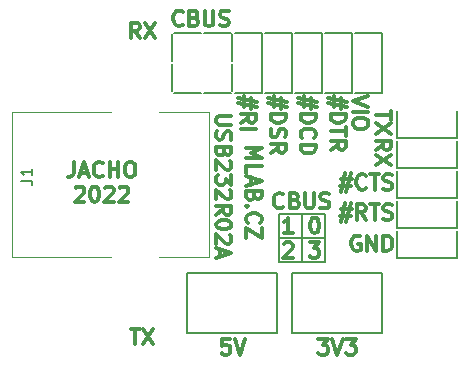
<source format=gbr>
%TF.GenerationSoftware,KiCad,Pcbnew,6.0.11+dfsg-1~bpo11+1*%
%TF.CreationDate,2023-05-27T23:36:06+00:00*%
%TF.ProjectId,USB232R02,55534232-3332-4523-9032-2e6b69636164,rev?*%
%TF.SameCoordinates,PX7f790e8PY698c050*%
%TF.FileFunction,Legend,Top*%
%TF.FilePolarity,Positive*%
%FSLAX46Y46*%
G04 Gerber Fmt 4.6, Leading zero omitted, Abs format (unit mm)*
G04 Created by KiCad (PCBNEW 6.0.11+dfsg-1~bpo11+1) date 2023-05-27 23:36:06*
%MOMM*%
%LPD*%
G01*
G04 APERTURE LIST*
%ADD10C,0.150000*%
%ADD11C,0.300000*%
%ADD12C,0.120000*%
G04 APERTURE END LIST*
D10*
X17907000Y3429000D02*
X21844000Y3429000D01*
X17907000Y7493000D02*
X17907000Y3429000D01*
X21844000Y5461000D02*
X17907000Y5461000D01*
X21844000Y3429000D02*
X21844000Y7493000D01*
X21844000Y7493000D02*
X17907000Y7493000D01*
X19875500Y7493000D02*
X19875500Y3429000D01*
D11*
X23138571Y17337381D02*
X23138571Y16408810D01*
X23695714Y16965953D02*
X22024285Y17337381D01*
X22581428Y16532620D02*
X22581428Y17461191D01*
X22024285Y16904048D02*
X23695714Y16532620D01*
X22271904Y15975477D02*
X23571904Y15975477D01*
X23571904Y15665953D01*
X23510000Y15480239D01*
X23386190Y15356429D01*
X23262380Y15294524D01*
X23014761Y15232620D01*
X22829047Y15232620D01*
X22581428Y15294524D01*
X22457619Y15356429D01*
X22333809Y15480239D01*
X22271904Y15665953D01*
X22271904Y15975477D01*
X23571904Y14861191D02*
X23571904Y14118334D01*
X22271904Y14489762D02*
X23571904Y14489762D01*
X22271904Y12942143D02*
X22890952Y13375477D01*
X22271904Y13685000D02*
X23571904Y13685000D01*
X23571904Y13189762D01*
X23510000Y13065953D01*
X23448095Y13004048D01*
X23324285Y12942143D01*
X23138571Y12942143D01*
X23014761Y13004048D01*
X22952857Y13065953D01*
X22890952Y13189762D01*
X22890952Y13685000D01*
X23164047Y7898572D02*
X24092619Y7898572D01*
X23535476Y8455715D02*
X23164047Y6784286D01*
X23968809Y7341429D02*
X23040238Y7341429D01*
X23597380Y6784286D02*
X23968809Y8455715D01*
X25268809Y7031905D02*
X24835476Y7650953D01*
X24525952Y7031905D02*
X24525952Y8331905D01*
X25021190Y8331905D01*
X25145000Y8270000D01*
X25206904Y8208096D01*
X25268809Y8084286D01*
X25268809Y7898572D01*
X25206904Y7774762D01*
X25145000Y7712858D01*
X25021190Y7650953D01*
X24525952Y7650953D01*
X25640238Y8331905D02*
X26383095Y8331905D01*
X26011666Y7031905D02*
X26011666Y8331905D01*
X26754523Y7093810D02*
X26940238Y7031905D01*
X27249761Y7031905D01*
X27373571Y7093810D01*
X27435476Y7155715D01*
X27497380Y7279524D01*
X27497380Y7403334D01*
X27435476Y7527143D01*
X27373571Y7589048D01*
X27249761Y7650953D01*
X27002142Y7712858D01*
X26878333Y7774762D01*
X26816428Y7836667D01*
X26754523Y7960477D01*
X26754523Y8084286D01*
X26816428Y8208096D01*
X26878333Y8270000D01*
X27002142Y8331905D01*
X27311666Y8331905D01*
X27497380Y8270000D01*
X27381904Y16230477D02*
X27381904Y15487620D01*
X26081904Y15859048D02*
X27381904Y15859048D01*
X27381904Y15178096D02*
X26081904Y14311429D01*
X27381904Y14311429D02*
X26081904Y15178096D01*
X18264380Y8105715D02*
X18202476Y8043810D01*
X18016761Y7981905D01*
X17892952Y7981905D01*
X17707238Y8043810D01*
X17583428Y8167620D01*
X17521523Y8291429D01*
X17459619Y8539048D01*
X17459619Y8724762D01*
X17521523Y8972381D01*
X17583428Y9096191D01*
X17707238Y9220000D01*
X17892952Y9281905D01*
X18016761Y9281905D01*
X18202476Y9220000D01*
X18264380Y9158096D01*
X19254857Y8662858D02*
X19440571Y8600953D01*
X19502476Y8539048D01*
X19564380Y8415239D01*
X19564380Y8229524D01*
X19502476Y8105715D01*
X19440571Y8043810D01*
X19316761Y7981905D01*
X18821523Y7981905D01*
X18821523Y9281905D01*
X19254857Y9281905D01*
X19378666Y9220000D01*
X19440571Y9158096D01*
X19502476Y9034286D01*
X19502476Y8910477D01*
X19440571Y8786667D01*
X19378666Y8724762D01*
X19254857Y8662858D01*
X18821523Y8662858D01*
X20121523Y9281905D02*
X20121523Y8229524D01*
X20183428Y8105715D01*
X20245333Y8043810D01*
X20369142Y7981905D01*
X20616761Y7981905D01*
X20740571Y8043810D01*
X20802476Y8105715D01*
X20864380Y8229524D01*
X20864380Y9281905D01*
X21421523Y8043810D02*
X21607238Y7981905D01*
X21916761Y7981905D01*
X22040571Y8043810D01*
X22102476Y8105715D01*
X22164380Y8229524D01*
X22164380Y8353334D01*
X22102476Y8477143D01*
X22040571Y8539048D01*
X21916761Y8600953D01*
X21669142Y8662858D01*
X21545333Y8724762D01*
X21483428Y8786667D01*
X21421523Y8910477D01*
X21421523Y9034286D01*
X21483428Y9158096D01*
X21545333Y9220000D01*
X21669142Y9281905D01*
X21978666Y9281905D01*
X22164380Y9220000D01*
X19069142Y5888905D02*
X18326285Y5888905D01*
X18697714Y5888905D02*
X18697714Y7188905D01*
X18573904Y7003191D01*
X18450095Y6879381D01*
X18326285Y6817477D01*
X20864380Y7188905D02*
X20988190Y7188905D01*
X21112000Y7127000D01*
X21173904Y7065096D01*
X21235809Y6941286D01*
X21297714Y6693667D01*
X21297714Y6384143D01*
X21235809Y6136524D01*
X21173904Y6012715D01*
X21112000Y5950810D01*
X20988190Y5888905D01*
X20864380Y5888905D01*
X20740571Y5950810D01*
X20678666Y6012715D01*
X20616761Y6136524D01*
X20554857Y6384143D01*
X20554857Y6693667D01*
X20616761Y6941286D01*
X20678666Y7065096D01*
X20740571Y7127000D01*
X20864380Y7188905D01*
X18326285Y4972096D02*
X18388190Y5034000D01*
X18512000Y5095905D01*
X18821523Y5095905D01*
X18945333Y5034000D01*
X19007238Y4972096D01*
X19069142Y4848286D01*
X19069142Y4724477D01*
X19007238Y4538762D01*
X18264380Y3795905D01*
X19069142Y3795905D01*
X20492952Y5095905D02*
X21297714Y5095905D01*
X20864380Y4600667D01*
X21050095Y4600667D01*
X21173904Y4538762D01*
X21235809Y4476858D01*
X21297714Y4353048D01*
X21297714Y4043524D01*
X21235809Y3919715D01*
X21173904Y3857810D01*
X21050095Y3795905D01*
X20678666Y3795905D01*
X20554857Y3857810D01*
X20492952Y3919715D01*
X25476904Y17461191D02*
X24176904Y17027858D01*
X25476904Y16594524D01*
X24176904Y16161191D02*
X25476904Y16161191D01*
X25476904Y15294524D02*
X25476904Y15046905D01*
X25415000Y14923096D01*
X25291190Y14799286D01*
X25043571Y14737381D01*
X24610238Y14737381D01*
X24362619Y14799286D01*
X24238809Y14923096D01*
X24176904Y15046905D01*
X24176904Y15294524D01*
X24238809Y15418334D01*
X24362619Y15542143D01*
X24610238Y15604048D01*
X25043571Y15604048D01*
X25291190Y15542143D01*
X25415000Y15418334D01*
X25476904Y15294524D01*
X13722380Y-3098095D02*
X13103333Y-3098095D01*
X13041428Y-3717142D01*
X13103333Y-3655238D01*
X13227142Y-3593333D01*
X13536666Y-3593333D01*
X13660476Y-3655238D01*
X13722380Y-3717142D01*
X13784285Y-3840952D01*
X13784285Y-4150476D01*
X13722380Y-4274285D01*
X13660476Y-4336190D01*
X13536666Y-4398095D01*
X13227142Y-4398095D01*
X13103333Y-4336190D01*
X13041428Y-4274285D01*
X14155714Y-3098095D02*
X14589047Y-4398095D01*
X15022380Y-3098095D01*
X26081904Y12916667D02*
X26700952Y13350000D01*
X26081904Y13659524D02*
X27381904Y13659524D01*
X27381904Y13164286D01*
X27320000Y13040477D01*
X27258095Y12978572D01*
X27134285Y12916667D01*
X26948571Y12916667D01*
X26824761Y12978572D01*
X26762857Y13040477D01*
X26700952Y13164286D01*
X26700952Y13659524D01*
X27381904Y12483334D02*
X26081904Y11616667D01*
X27381904Y11616667D02*
X26081904Y12483334D01*
X18058571Y17337381D02*
X18058571Y16408810D01*
X18615714Y16965953D02*
X16944285Y17337381D01*
X17501428Y16532620D02*
X17501428Y17461191D01*
X16944285Y16904048D02*
X18615714Y16532620D01*
X17191904Y15975477D02*
X18491904Y15975477D01*
X18491904Y15665953D01*
X18430000Y15480239D01*
X18306190Y15356429D01*
X18182380Y15294524D01*
X17934761Y15232620D01*
X17749047Y15232620D01*
X17501428Y15294524D01*
X17377619Y15356429D01*
X17253809Y15480239D01*
X17191904Y15665953D01*
X17191904Y15975477D01*
X17253809Y14737381D02*
X17191904Y14551667D01*
X17191904Y14242143D01*
X17253809Y14118334D01*
X17315714Y14056429D01*
X17439523Y13994524D01*
X17563333Y13994524D01*
X17687142Y14056429D01*
X17749047Y14118334D01*
X17810952Y14242143D01*
X17872857Y14489762D01*
X17934761Y14613572D01*
X17996666Y14675477D01*
X18120476Y14737381D01*
X18244285Y14737381D01*
X18368095Y14675477D01*
X18430000Y14613572D01*
X18491904Y14489762D01*
X18491904Y14180239D01*
X18430000Y13994524D01*
X17191904Y12694524D02*
X17810952Y13127858D01*
X17191904Y13437381D02*
X18491904Y13437381D01*
X18491904Y12942143D01*
X18430000Y12818334D01*
X18368095Y12756429D01*
X18244285Y12694524D01*
X18058571Y12694524D01*
X17934761Y12756429D01*
X17872857Y12818334D01*
X17810952Y12942143D01*
X17810952Y13437381D01*
X24773571Y5603000D02*
X24649761Y5664905D01*
X24464047Y5664905D01*
X24278333Y5603000D01*
X24154523Y5479191D01*
X24092619Y5355381D01*
X24030714Y5107762D01*
X24030714Y4922048D01*
X24092619Y4674429D01*
X24154523Y4550620D01*
X24278333Y4426810D01*
X24464047Y4364905D01*
X24587857Y4364905D01*
X24773571Y4426810D01*
X24835476Y4488715D01*
X24835476Y4922048D01*
X24587857Y4922048D01*
X25392619Y4364905D02*
X25392619Y5664905D01*
X26135476Y4364905D01*
X26135476Y5664905D01*
X26754523Y4364905D02*
X26754523Y5664905D01*
X27064047Y5664905D01*
X27249761Y5603000D01*
X27373571Y5479191D01*
X27435476Y5355381D01*
X27497380Y5107762D01*
X27497380Y4922048D01*
X27435476Y4674429D01*
X27373571Y4550620D01*
X27249761Y4426810D01*
X27064047Y4364905D01*
X26754523Y4364905D01*
X9756380Y23538715D02*
X9694476Y23476810D01*
X9508761Y23414905D01*
X9384952Y23414905D01*
X9199238Y23476810D01*
X9075428Y23600620D01*
X9013523Y23724429D01*
X8951619Y23972048D01*
X8951619Y24157762D01*
X9013523Y24405381D01*
X9075428Y24529191D01*
X9199238Y24653000D01*
X9384952Y24714905D01*
X9508761Y24714905D01*
X9694476Y24653000D01*
X9756380Y24591096D01*
X10746857Y24095858D02*
X10932571Y24033953D01*
X10994476Y23972048D01*
X11056380Y23848239D01*
X11056380Y23662524D01*
X10994476Y23538715D01*
X10932571Y23476810D01*
X10808761Y23414905D01*
X10313523Y23414905D01*
X10313523Y24714905D01*
X10746857Y24714905D01*
X10870666Y24653000D01*
X10932571Y24591096D01*
X10994476Y24467286D01*
X10994476Y24343477D01*
X10932571Y24219667D01*
X10870666Y24157762D01*
X10746857Y24095858D01*
X10313523Y24095858D01*
X11613523Y24714905D02*
X11613523Y23662524D01*
X11675428Y23538715D01*
X11737333Y23476810D01*
X11861142Y23414905D01*
X12108761Y23414905D01*
X12232571Y23476810D01*
X12294476Y23538715D01*
X12356380Y23662524D01*
X12356380Y24714905D01*
X12913523Y23476810D02*
X13099238Y23414905D01*
X13408761Y23414905D01*
X13532571Y23476810D01*
X13594476Y23538715D01*
X13656380Y23662524D01*
X13656380Y23786334D01*
X13594476Y23910143D01*
X13532571Y23972048D01*
X13408761Y24033953D01*
X13161142Y24095858D01*
X13037333Y24157762D01*
X12975428Y24219667D01*
X12913523Y24343477D01*
X12913523Y24467286D01*
X12975428Y24591096D01*
X13037333Y24653000D01*
X13161142Y24714905D01*
X13470666Y24714905D01*
X13656380Y24653000D01*
X15518571Y17337381D02*
X15518571Y16408810D01*
X16075714Y16965953D02*
X14404285Y17337381D01*
X14961428Y16532620D02*
X14961428Y17461191D01*
X14404285Y16904048D02*
X16075714Y16532620D01*
X14651904Y15232620D02*
X15270952Y15665953D01*
X14651904Y15975477D02*
X15951904Y15975477D01*
X15951904Y15480239D01*
X15890000Y15356429D01*
X15828095Y15294524D01*
X15704285Y15232620D01*
X15518571Y15232620D01*
X15394761Y15294524D01*
X15332857Y15356429D01*
X15270952Y15480239D01*
X15270952Y15975477D01*
X14651904Y14675477D02*
X15951904Y14675477D01*
X15131904Y13090239D02*
X16431904Y13090239D01*
X15503333Y12656905D01*
X16431904Y12223572D01*
X15131904Y12223572D01*
X15131904Y10985477D02*
X15131904Y11604524D01*
X16431904Y11604524D01*
X15503333Y10614048D02*
X15503333Y9995000D01*
X15131904Y10737858D02*
X16431904Y10304524D01*
X15131904Y9871191D01*
X15812857Y9004524D02*
X15750952Y8818810D01*
X15689047Y8756905D01*
X15565238Y8695000D01*
X15379523Y8695000D01*
X15255714Y8756905D01*
X15193809Y8818810D01*
X15131904Y8942620D01*
X15131904Y9437858D01*
X16431904Y9437858D01*
X16431904Y9004524D01*
X16370000Y8880715D01*
X16308095Y8818810D01*
X16184285Y8756905D01*
X16060476Y8756905D01*
X15936666Y8818810D01*
X15874761Y8880715D01*
X15812857Y9004524D01*
X15812857Y9437858D01*
X15255714Y8137858D02*
X15193809Y8075953D01*
X15131904Y8137858D01*
X15193809Y8199762D01*
X15255714Y8137858D01*
X15131904Y8137858D01*
X15255714Y6775953D02*
X15193809Y6837858D01*
X15131904Y7023572D01*
X15131904Y7147381D01*
X15193809Y7333096D01*
X15317619Y7456905D01*
X15441428Y7518810D01*
X15689047Y7580715D01*
X15874761Y7580715D01*
X16122380Y7518810D01*
X16246190Y7456905D01*
X16370000Y7333096D01*
X16431904Y7147381D01*
X16431904Y7023572D01*
X16370000Y6837858D01*
X16308095Y6775953D01*
X16431904Y6342620D02*
X16431904Y5475953D01*
X15131904Y6342620D01*
X15131904Y5475953D01*
X21250476Y-3098095D02*
X22055238Y-3098095D01*
X21621904Y-3593333D01*
X21807619Y-3593333D01*
X21931428Y-3655238D01*
X21993333Y-3717142D01*
X22055238Y-3840952D01*
X22055238Y-4150476D01*
X21993333Y-4274285D01*
X21931428Y-4336190D01*
X21807619Y-4398095D01*
X21436190Y-4398095D01*
X21312380Y-4336190D01*
X21250476Y-4274285D01*
X22426666Y-3098095D02*
X22860000Y-4398095D01*
X23293333Y-3098095D01*
X23602857Y-3098095D02*
X24407619Y-3098095D01*
X23974285Y-3593333D01*
X24160000Y-3593333D01*
X24283809Y-3655238D01*
X24345714Y-3717142D01*
X24407619Y-3840952D01*
X24407619Y-4150476D01*
X24345714Y-4274285D01*
X24283809Y-4336190D01*
X24160000Y-4398095D01*
X23788571Y-4398095D01*
X23664761Y-4336190D01*
X23602857Y-4274285D01*
X6133333Y22398905D02*
X5700000Y23017953D01*
X5390476Y22398905D02*
X5390476Y23698905D01*
X5885714Y23698905D01*
X6009523Y23637000D01*
X6071428Y23575096D01*
X6133333Y23451286D01*
X6133333Y23265572D01*
X6071428Y23141762D01*
X6009523Y23079858D01*
X5885714Y23017953D01*
X5390476Y23017953D01*
X6566666Y23698905D02*
X7433333Y22398905D01*
X7433333Y23698905D02*
X6566666Y22398905D01*
X5359523Y-2209095D02*
X6102380Y-2209095D01*
X5730952Y-3509095D02*
X5730952Y-2209095D01*
X6411904Y-2209095D02*
X7278571Y-3509095D01*
X7278571Y-2209095D02*
X6411904Y-3509095D01*
X20598571Y17337381D02*
X20598571Y16408810D01*
X21155714Y16965953D02*
X19484285Y17337381D01*
X20041428Y16532620D02*
X20041428Y17461191D01*
X19484285Y16904048D02*
X21155714Y16532620D01*
X19731904Y15975477D02*
X21031904Y15975477D01*
X21031904Y15665953D01*
X20970000Y15480239D01*
X20846190Y15356429D01*
X20722380Y15294524D01*
X20474761Y15232620D01*
X20289047Y15232620D01*
X20041428Y15294524D01*
X19917619Y15356429D01*
X19793809Y15480239D01*
X19731904Y15665953D01*
X19731904Y15975477D01*
X19855714Y13932620D02*
X19793809Y13994524D01*
X19731904Y14180239D01*
X19731904Y14304048D01*
X19793809Y14489762D01*
X19917619Y14613572D01*
X20041428Y14675477D01*
X20289047Y14737381D01*
X20474761Y14737381D01*
X20722380Y14675477D01*
X20846190Y14613572D01*
X20970000Y14489762D01*
X21031904Y14304048D01*
X21031904Y14180239D01*
X20970000Y13994524D01*
X20908095Y13932620D01*
X19731904Y13375477D02*
X21031904Y13375477D01*
X21031904Y13065953D01*
X20970000Y12880239D01*
X20846190Y12756429D01*
X20722380Y12694524D01*
X20474761Y12632620D01*
X20289047Y12632620D01*
X20041428Y12694524D01*
X19917619Y12756429D01*
X19793809Y12880239D01*
X19731904Y13065953D01*
X19731904Y13375477D01*
X537666Y11918405D02*
X537666Y10989834D01*
X475761Y10804120D01*
X351952Y10680310D01*
X166238Y10618405D01*
X42428Y10618405D01*
X1094809Y10989834D02*
X1713857Y10989834D01*
X971000Y10618405D02*
X1404333Y11918405D01*
X1837666Y10618405D01*
X3013857Y10742215D02*
X2951952Y10680310D01*
X2766238Y10618405D01*
X2642428Y10618405D01*
X2456714Y10680310D01*
X2332904Y10804120D01*
X2271000Y10927929D01*
X2209095Y11175548D01*
X2209095Y11361262D01*
X2271000Y11608881D01*
X2332904Y11732691D01*
X2456714Y11856500D01*
X2642428Y11918405D01*
X2766238Y11918405D01*
X2951952Y11856500D01*
X3013857Y11794596D01*
X3571000Y10618405D02*
X3571000Y11918405D01*
X3571000Y11299358D02*
X4313857Y11299358D01*
X4313857Y10618405D02*
X4313857Y11918405D01*
X5180523Y11918405D02*
X5428142Y11918405D01*
X5551952Y11856500D01*
X5675761Y11732691D01*
X5737666Y11485072D01*
X5737666Y11051739D01*
X5675761Y10804120D01*
X5551952Y10680310D01*
X5428142Y10618405D01*
X5180523Y10618405D01*
X5056714Y10680310D01*
X4932904Y10804120D01*
X4871000Y11051739D01*
X4871000Y11485072D01*
X4932904Y11732691D01*
X5056714Y11856500D01*
X5180523Y11918405D01*
X692428Y9701596D02*
X754333Y9763500D01*
X878142Y9825405D01*
X1187666Y9825405D01*
X1311476Y9763500D01*
X1373380Y9701596D01*
X1435285Y9577786D01*
X1435285Y9453977D01*
X1373380Y9268262D01*
X630523Y8525405D01*
X1435285Y8525405D01*
X2240047Y9825405D02*
X2363857Y9825405D01*
X2487666Y9763500D01*
X2549571Y9701596D01*
X2611476Y9577786D01*
X2673380Y9330167D01*
X2673380Y9020643D01*
X2611476Y8773024D01*
X2549571Y8649215D01*
X2487666Y8587310D01*
X2363857Y8525405D01*
X2240047Y8525405D01*
X2116238Y8587310D01*
X2054333Y8649215D01*
X1992428Y8773024D01*
X1930523Y9020643D01*
X1930523Y9330167D01*
X1992428Y9577786D01*
X2054333Y9701596D01*
X2116238Y9763500D01*
X2240047Y9825405D01*
X3168619Y9701596D02*
X3230523Y9763500D01*
X3354333Y9825405D01*
X3663857Y9825405D01*
X3787666Y9763500D01*
X3849571Y9701596D01*
X3911476Y9577786D01*
X3911476Y9453977D01*
X3849571Y9268262D01*
X3106714Y8525405D01*
X3911476Y8525405D01*
X4406714Y9701596D02*
X4468619Y9763500D01*
X4592428Y9825405D01*
X4901952Y9825405D01*
X5025761Y9763500D01*
X5087666Y9701596D01*
X5149571Y9577786D01*
X5149571Y9453977D01*
X5087666Y9268262D01*
X4344809Y8525405D01*
X5149571Y8525405D01*
X13881904Y15812858D02*
X12829523Y15812858D01*
X12705714Y15750953D01*
X12643809Y15689048D01*
X12581904Y15565239D01*
X12581904Y15317620D01*
X12643809Y15193810D01*
X12705714Y15131905D01*
X12829523Y15070000D01*
X13881904Y15070000D01*
X12643809Y14512858D02*
X12581904Y14327143D01*
X12581904Y14017620D01*
X12643809Y13893810D01*
X12705714Y13831905D01*
X12829523Y13770000D01*
X12953333Y13770000D01*
X13077142Y13831905D01*
X13139047Y13893810D01*
X13200952Y14017620D01*
X13262857Y14265239D01*
X13324761Y14389048D01*
X13386666Y14450953D01*
X13510476Y14512858D01*
X13634285Y14512858D01*
X13758095Y14450953D01*
X13820000Y14389048D01*
X13881904Y14265239D01*
X13881904Y13955715D01*
X13820000Y13770000D01*
X13262857Y12779524D02*
X13200952Y12593810D01*
X13139047Y12531905D01*
X13015238Y12470000D01*
X12829523Y12470000D01*
X12705714Y12531905D01*
X12643809Y12593810D01*
X12581904Y12717620D01*
X12581904Y13212858D01*
X13881904Y13212858D01*
X13881904Y12779524D01*
X13820000Y12655715D01*
X13758095Y12593810D01*
X13634285Y12531905D01*
X13510476Y12531905D01*
X13386666Y12593810D01*
X13324761Y12655715D01*
X13262857Y12779524D01*
X13262857Y13212858D01*
X13758095Y11974762D02*
X13820000Y11912858D01*
X13881904Y11789048D01*
X13881904Y11479524D01*
X13820000Y11355715D01*
X13758095Y11293810D01*
X13634285Y11231905D01*
X13510476Y11231905D01*
X13324761Y11293810D01*
X12581904Y12036667D01*
X12581904Y11231905D01*
X13881904Y10798572D02*
X13881904Y9993810D01*
X13386666Y10427143D01*
X13386666Y10241429D01*
X13324761Y10117620D01*
X13262857Y10055715D01*
X13139047Y9993810D01*
X12829523Y9993810D01*
X12705714Y10055715D01*
X12643809Y10117620D01*
X12581904Y10241429D01*
X12581904Y10612858D01*
X12643809Y10736667D01*
X12705714Y10798572D01*
X13758095Y9498572D02*
X13820000Y9436667D01*
X13881904Y9312858D01*
X13881904Y9003334D01*
X13820000Y8879524D01*
X13758095Y8817620D01*
X13634285Y8755715D01*
X13510476Y8755715D01*
X13324761Y8817620D01*
X12581904Y9560477D01*
X12581904Y8755715D01*
X12581904Y7455715D02*
X13200952Y7889048D01*
X12581904Y8198572D02*
X13881904Y8198572D01*
X13881904Y7703334D01*
X13820000Y7579524D01*
X13758095Y7517620D01*
X13634285Y7455715D01*
X13448571Y7455715D01*
X13324761Y7517620D01*
X13262857Y7579524D01*
X13200952Y7703334D01*
X13200952Y8198572D01*
X13881904Y6650953D02*
X13881904Y6527143D01*
X13820000Y6403334D01*
X13758095Y6341429D01*
X13634285Y6279524D01*
X13386666Y6217620D01*
X13077142Y6217620D01*
X12829523Y6279524D01*
X12705714Y6341429D01*
X12643809Y6403334D01*
X12581904Y6527143D01*
X12581904Y6650953D01*
X12643809Y6774762D01*
X12705714Y6836667D01*
X12829523Y6898572D01*
X13077142Y6960477D01*
X13386666Y6960477D01*
X13634285Y6898572D01*
X13758095Y6836667D01*
X13820000Y6774762D01*
X13881904Y6650953D01*
X13758095Y5722381D02*
X13820000Y5660477D01*
X13881904Y5536667D01*
X13881904Y5227143D01*
X13820000Y5103334D01*
X13758095Y5041429D01*
X13634285Y4979524D01*
X13510476Y4979524D01*
X13324761Y5041429D01*
X12581904Y5784286D01*
X12581904Y4979524D01*
X12953333Y4484286D02*
X12953333Y3865239D01*
X12581904Y4608096D02*
X13881904Y4174762D01*
X12581904Y3741429D01*
X23164047Y10438572D02*
X24092619Y10438572D01*
X23535476Y10995715D02*
X23164047Y9324286D01*
X23968809Y9881429D02*
X23040238Y9881429D01*
X23597380Y9324286D02*
X23968809Y10995715D01*
X25268809Y9695715D02*
X25206904Y9633810D01*
X25021190Y9571905D01*
X24897380Y9571905D01*
X24711666Y9633810D01*
X24587857Y9757620D01*
X24525952Y9881429D01*
X24464047Y10129048D01*
X24464047Y10314762D01*
X24525952Y10562381D01*
X24587857Y10686191D01*
X24711666Y10810000D01*
X24897380Y10871905D01*
X25021190Y10871905D01*
X25206904Y10810000D01*
X25268809Y10748096D01*
X25640238Y10871905D02*
X26383095Y10871905D01*
X26011666Y9571905D02*
X26011666Y10871905D01*
X26754523Y9633810D02*
X26940238Y9571905D01*
X27249761Y9571905D01*
X27373571Y9633810D01*
X27435476Y9695715D01*
X27497380Y9819524D01*
X27497380Y9943334D01*
X27435476Y10067143D01*
X27373571Y10129048D01*
X27249761Y10190953D01*
X27002142Y10252858D01*
X26878333Y10314762D01*
X26816428Y10376667D01*
X26754523Y10500477D01*
X26754523Y10624286D01*
X26816428Y10748096D01*
X26878333Y10810000D01*
X27002142Y10871905D01*
X27311666Y10871905D01*
X27497380Y10810000D01*
D10*
%TO.C,J1*%
X-3976620Y10334667D02*
X-3262334Y10334667D01*
X-3119477Y10287048D01*
X-3024239Y10191810D01*
X-2976620Y10048953D01*
X-2976620Y9953715D01*
X-2976620Y11334667D02*
X-2976620Y10763239D01*
X-2976620Y11048953D02*
X-3976620Y11048953D01*
X-3833762Y10953715D01*
X-3738524Y10858477D01*
X-3690905Y10763239D01*
D12*
X12014000Y16173000D02*
X7754000Y16173000D01*
X12014000Y3853000D02*
X12014000Y16173000D01*
X3654000Y3853000D02*
X-4706000Y3853000D01*
X7754000Y3853000D02*
X12014000Y3853000D01*
X-4706000Y16173000D02*
X3654000Y16173000D01*
X-4706000Y3853000D02*
X-4706000Y16173000D01*
D10*
%TO.C,J17*%
X27940000Y3810000D02*
X27940000Y6096000D01*
X33020000Y3810000D02*
X27940000Y3810000D01*
X33020000Y6096000D02*
X33020000Y3810000D01*
%TO.C,J6*%
X33020000Y11430000D02*
X27940000Y11430000D01*
X33020000Y13716000D02*
X33020000Y11430000D01*
X27940000Y11430000D02*
X27940000Y13716000D01*
%TO.C,J5*%
X27940000Y13970000D02*
X27940000Y16256000D01*
X33020000Y13970000D02*
X27940000Y13970000D01*
X33020000Y16256000D02*
X33020000Y13970000D01*
%TO.C,J12*%
X14224000Y22860000D02*
X16510000Y22860000D01*
X16510000Y17780000D02*
X14224000Y17780000D01*
X16510000Y22860000D02*
X16510000Y17780000D01*
%TO.C,J3*%
X26670000Y2540000D02*
X26670000Y-2540000D01*
X19050000Y-2540000D02*
X19050000Y2540000D01*
X19050000Y2540000D02*
X26670000Y2540000D01*
X26670000Y-2540000D02*
X19050000Y-2540000D01*
%TO.C,J14*%
X8890000Y20447000D02*
X8890000Y22733000D01*
X9017000Y22860000D02*
X11303000Y22860000D01*
%TO.C,J13*%
X13970000Y22733000D02*
X13970000Y20447000D01*
X11557000Y22860000D02*
X13843000Y22860000D01*
%TO.C,J8*%
X33020000Y8890000D02*
X27940000Y8890000D01*
X27940000Y8890000D02*
X27940000Y11176000D01*
X33020000Y11176000D02*
X33020000Y8890000D01*
%TO.C,J15*%
X11303000Y17780000D02*
X9017000Y17780000D01*
X8890000Y17907000D02*
X8890000Y20193000D01*
%TO.C,J10*%
X16764000Y22860000D02*
X19050000Y22860000D01*
X19050000Y17780000D02*
X16764000Y17780000D01*
X19050000Y22860000D02*
X19050000Y17780000D01*
%TO.C,J7*%
X27940000Y6350000D02*
X27940000Y8636000D01*
X33020000Y8636000D02*
X33020000Y6350000D01*
X33020000Y6350000D02*
X27940000Y6350000D01*
%TO.C,J16*%
X13970000Y20193000D02*
X13970000Y17907000D01*
X13843000Y17780000D02*
X11557000Y17780000D01*
%TO.C,J4*%
X26670000Y17780000D02*
X24384000Y17780000D01*
X24384000Y22860000D02*
X26670000Y22860000D01*
X26670000Y22860000D02*
X26670000Y17780000D01*
%TO.C,J11*%
X21590000Y17780000D02*
X19304000Y17780000D01*
X21590000Y22860000D02*
X21590000Y17780000D01*
X19304000Y22860000D02*
X21590000Y22860000D01*
%TO.C,J9*%
X21844000Y22860000D02*
X24130000Y22860000D01*
X24130000Y17780000D02*
X21844000Y17780000D01*
X24130000Y22860000D02*
X24130000Y17780000D01*
%TO.C,J2*%
X17780000Y2540000D02*
X17780000Y-2540000D01*
X17780000Y-2540000D02*
X10160000Y-2540000D01*
X10160000Y-2540000D02*
X10160000Y2540000D01*
X10160000Y2540000D02*
X17780000Y2540000D01*
%TD*%
M02*

</source>
